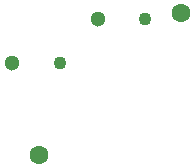
<source format=gbr>
%TF.GenerationSoftware,KiCad,Pcbnew,8.0.2*%
%TF.CreationDate,2024-07-02T22:35:27-04:00*%
%TF.ProjectId,HackerMouseProject,4861636b-6572-44d6-9f75-736550726f6a,rev?*%
%TF.SameCoordinates,Original*%
%TF.FileFunction,NonPlated,1,4,NPTH,Drill*%
%TF.FilePolarity,Positive*%
%FSLAX46Y46*%
G04 Gerber Fmt 4.6, Leading zero omitted, Abs format (unit mm)*
G04 Created by KiCad (PCBNEW 8.0.2) date 2024-07-02 22:35:27*
%MOMM*%
%LPD*%
G01*
G04 APERTURE LIST*
%TA.AperFunction,ComponentDrill*%
%ADD10C,1.100000*%
%TD*%
%TA.AperFunction,ComponentDrill*%
%ADD11C,1.300000*%
%TD*%
%TA.AperFunction,ComponentDrill*%
%ADD12C,1.600000*%
%TD*%
G04 APERTURE END LIST*
D10*
%TO.C,S3*%
X170750000Y-42500000D03*
%TO.C,S2*%
X178000000Y-38750000D03*
D11*
%TO.C,S3*%
X166750000Y-42500000D03*
%TO.C,S2*%
X174000000Y-38750000D03*
D12*
%TO.C,S1*%
X169000000Y-50250000D03*
X181000000Y-38250000D03*
M02*

</source>
